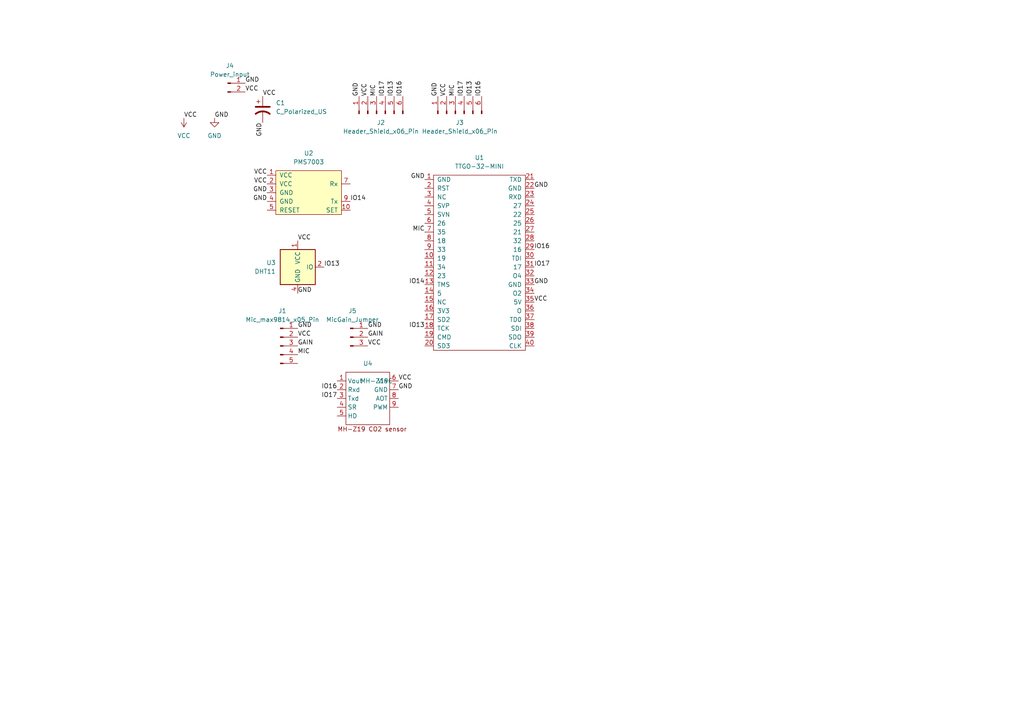
<source format=kicad_sch>
(kicad_sch (version 20230121) (generator eeschema)
  (paper "A4")
  (lib_symbols
    (symbol "Connector:Conn_01x02_Pin" (pin_names (offset 1.016) hide)
      (property "Reference" "J" (at 0 2.54 0))
      (property "Value" "Conn_01x02_Pin" (at 0 -5.08 0))
      (symbol "Conn_01x02_Pin_1_1"
        (polyline (pts (xy 1.27 -2.54) (xy 0.8636 -2.54)) (stroke (width 0.1524)))
        (polyline (pts (xy 1.27 0) (xy 0.8636 0)) (stroke (width 0.1524)))
        (rectangle (start 0.8636 -2.413) (end 0 -2.667) (stroke (width 0.1524)) (fill (type outline)))
        (rectangle (start 0.8636 0.127) (end 0 -0.127) (stroke (width 0.1524)) (fill (type outline)))
        (pin passive line (at 5.08 0 180) (length 3.81) (name "Pin_1") (number "1"))
        (pin passive line (at 5.08 -2.54 180) (length 3.81) (name "Pin_2") (number "2"))
      )
    )
    (symbol "Connector:Conn_01x03_Pin" (pin_names (offset 1.016) hide)
      (property "Reference" "J" (at 0 5.08 0))
      (property "Value" "Conn_01x03_Pin" (at 0 -5.08 0))
      (symbol "Conn_01x03_Pin_1_1"
        (polyline (pts (xy 1.27 -2.54) (xy 0.8636 -2.54)) (stroke (width 0.1524)))
        (polyline (pts (xy 1.27 0) (xy 0.8636 0)) (stroke (width 0.1524)))
        (polyline (pts (xy 1.27 2.54) (xy 0.8636 2.54)) (stroke (width 0.1524)))
        (rectangle (start 0.8636 -2.413) (end 0 -2.667) (stroke (width 0.1524)) (fill (type outline)))
        (rectangle (start 0.8636 0.127) (end 0 -0.127) (stroke (width 0.1524)) (fill (type outline)))
        (rectangle (start 0.8636 2.667) (end 0 2.413) (stroke (width 0.1524)) (fill (type outline)))
        (pin passive line (at 5.08 2.54 180) (length 3.81) (name "Pin_1") (number "1"))
        (pin passive line (at 5.08 0 180) (length 3.81) (name "Pin_2") (number "2"))
        (pin passive line (at 5.08 -2.54 180) (length 3.81) (name "Pin_3") (number "3"))
      )
    )
    (symbol "Connector:Conn_01x05_Pin" (pin_names (offset 1.016) hide)
      (property "Reference" "J" (at 0 7.62 0))
      (property "Value" "Conn_01x05_Pin" (at 0 -7.62 0))
      (symbol "Conn_01x05_Pin_1_1"
        (polyline (pts (xy 1.27 -5.08) (xy 0.8636 -5.08)) (stroke (width 0.1524)))
        (polyline (pts (xy 1.27 -2.54) (xy 0.8636 -2.54)) (stroke (width 0.1524)))
        (polyline (pts (xy 1.27 0) (xy 0.8636 0)) (stroke (width 0.1524)))
        (polyline (pts (xy 1.27 2.54) (xy 0.8636 2.54)) (stroke (width 0.1524)))
        (polyline (pts (xy 1.27 5.08) (xy 0.8636 5.08)) (stroke (width 0.1524)))
        (rectangle (start 0.8636 -4.953) (end 0 -5.207) (stroke (width 0.1524)) (fill (type outline)))
        (rectangle (start 0.8636 -2.413) (end 0 -2.667) (stroke (width 0.1524)) (fill (type outline)))
        (rectangle (start 0.8636 0.127) (end 0 -0.127) (stroke (width 0.1524)) (fill (type outline)))
        (rectangle (start 0.8636 2.667) (end 0 2.413) (stroke (width 0.1524)) (fill (type outline)))
        (rectangle (start 0.8636 5.207) (end 0 4.953) (stroke (width 0.1524)) (fill (type outline)))
        (pin passive line (at 5.08 5.08 180) (length 3.81) (name "Pin_1") (number "1"))
        (pin passive line (at 5.08 2.54 180) (length 3.81) (name "Pin_2") (number "2"))
        (pin passive line (at 5.08 0 180) (length 3.81) (name "Pin_3") (number "3"))
        (pin passive line (at 5.08 -2.54 180) (length 3.81) (name "Pin_4") (number "4"))
        (pin passive line (at 5.08 -5.08 180) (length 3.81) (name "Pin_5") (number "5"))
      )
    )
    (symbol "Connector:Conn_01x06_Pin" (pin_names (offset 1.016) hide)
      (property "Reference" "J" (at 0 7.62 0))
      (property "Value" "Conn_01x06_Pin" (at 0 -10.16 0))
      (symbol "Conn_01x06_Pin_1_1"
        (polyline (pts (xy 1.27 -7.62) (xy 0.8636 -7.62)) (stroke (width 0.1524)))
        (polyline (pts (xy 1.27 -5.08) (xy 0.8636 -5.08)) (stroke (width 0.1524)))
        (polyline (pts (xy 1.27 -2.54) (xy 0.8636 -2.54)) (stroke (width 0.1524)))
        (polyline (pts (xy 1.27 0) (xy 0.8636 0)) (stroke (width 0.1524)))
        (polyline (pts (xy 1.27 2.54) (xy 0.8636 2.54)) (stroke (width 0.1524)))
        (polyline (pts (xy 1.27 5.08) (xy 0.8636 5.08)) (stroke (width 0.1524)))
        (rectangle (start 0.8636 -7.493) (end 0 -7.747) (stroke (width 0.1524)) (fill (type outline)))
        (rectangle (start 0.8636 -4.953) (end 0 -5.207) (stroke (width 0.1524)) (fill (type outline)))
        (rectangle (start 0.8636 -2.413) (end 0 -2.667) (stroke (width 0.1524)) (fill (type outline)))
        (rectangle (start 0.8636 0.127) (end 0 -0.127) (stroke (width 0.1524)) (fill (type outline)))
        (rectangle (start 0.8636 2.667) (end 0 2.413) (stroke (width 0.1524)) (fill (type outline)))
        (rectangle (start 0.8636 5.207) (end 0 4.953) (stroke (width 0.1524)) (fill (type outline)))
        (pin passive line (at 5.08 5.08 180) (length 3.81) (name "Pin_1") (number "1"))
        (pin passive line (at 5.08 2.54 180) (length 3.81) (name "Pin_2") (number "2"))
        (pin passive line (at 5.08 0 180) (length 3.81) (name "Pin_3") (number "3"))
        (pin passive line (at 5.08 -2.54 180) (length 3.81) (name "Pin_4") (number "4"))
        (pin passive line (at 5.08 -5.08 180) (length 3.81) (name "Pin_5") (number "5"))
        (pin passive line (at 5.08 -7.62 180) (length 3.81) (name "Pin_6") (number "6"))
      )
    )
    (symbol "Device:C_Polarized_US" (pin_numbers hide) (pin_names (offset 0.254) hide)
      (property "Reference" "C" (at 0.635 2.54 0))
      (property "Value" "C_Polarized_US" (at 0.635 -2.54 0))
      (symbol "C_Polarized_US_0_1"
        (polyline (pts (xy -2.032 0.762) (xy 2.032 0.762)) (stroke (width 0.508)))
        (polyline (pts (xy -1.778 2.286) (xy -0.762 2.286)))
        (polyline (pts (xy -1.27 1.778) (xy -1.27 2.794)))
        (arc (start 2.032 -1.27) (mid 0 -0.5572) (end -2.032 -1.27) (stroke (width 0.508)))
      )
      (symbol "C_Polarized_US_1_1"
        (pin passive line (at 0 3.81 270) (length 2.794) (name "~") (number "1"))
        (pin passive line (at 0 -3.81 90) (length 3.302) (name "~") (number "2"))
      )
    )
    (symbol "Sensor:DHT11"
      (property "Reference" "U" (at -3.81 6.35 0))
      (property "Value" "DHT11" (at 3.81 6.35 0))
      (symbol "DHT11_0_1"
        (rectangle (start -5.08 5.08) (end 5.08 -5.08) (stroke (width 0.254)) (fill (type background)))
      )
      (symbol "DHT11_1_1"
        (pin power_in line (at 0 7.62 270) (length 2.54) (name "VCC") (number "1"))
        (pin bidirectional line (at 7.62 0 180) (length 2.54) (name "IO") (number "2"))
        (pin no_connect line (at -5.08 0 0) (length 2.54) hide (name "NC") (number "3"))
        (pin power_in line (at 0 -7.62 90) (length 2.54) (name "GND") (number "4"))
      )
    )
    (symbol "SimbolosPropios:CO2_sensor_mhz_19"
      (property "Reference" "U4" (at 0 5.08 0))
      (property "Value" "~" (at 2.54 0 0))
      (symbol "CO2_sensor_mhz_19_0_1"
        (rectangle (start -6.35 2.54) (end 6.35 -12.7))
      )
      (symbol "CO2_sensor_mhz_19_1_1"
        (text "MH-Z19 CO2 sensor" (at 1.27 -13.97 0) (effects (font (size 1.27 1.27))))
        (pin output line (at -8.89 0 0) (length 2.54) (name "Vout") (number "1"))
        (pin input line (at -8.89 -2.54 0) (length 2.54) (name "Rxd") (number "2"))
        (pin input line (at -8.89 -5.08 0) (length 2.54) (name "Txd") (number "3"))
        (pin input line (at -8.89 -7.62 0) (length 2.54) (name "SR") (number "4"))
        (pin input line (at -8.89 -10.16 0) (length 2.54) (name "HD") (number "5"))
        (pin input line (at 8.89 0 180) (length 2.54) (name "Vin") (number "6"))
        (pin input line (at 8.89 -2.54 180) (length 2.54) (name "GND") (number "7"))
        (pin input line (at 8.89 -5.08 180) (length 2.54) (name "AOT") (number "8"))
        (pin input line (at 8.89 -7.62 180) (length 2.54) (name "PWM") (number "9"))
      )
    )
    (symbol "SimbolosPropios:PMS7003" (pin_names (offset 1.016))
      (property "Reference" "U" (at 0 -2.54 0))
      (property "Value" "PMS7003" (at 0 12.7 0))
      (symbol "PMS7003_0_0"
        (rectangle (start -10.16 11.43) (end 8.89 -1.27) (fill (type background)))
      )
      (symbol "PMS7003_0_1"
        (pin input line (at -12.7 10.16 0) (length 2.54) (name "VCC") (number "1"))
        (pin input line (at -12.7 7.62 0) (length 2.54) (name "VCC") (number "2"))
        (pin input line (at -12.7 5.08 0) (length 2.54) (name "GND") (number "3"))
        (pin input line (at -12.7 2.54 0) (length 2.54) (name "GND") (number "4"))
      )
      (symbol "PMS7003_1_1"
        (pin input line (at 11.43 0 180) (length 2.54) (name "SET") (number "10"))
        (pin input line (at -12.7 0 0) (length 2.54) (name "RESET") (number "5"))
        (pin no_connect line (at 11.43 10.16 180) (length 2.54) hide (name "N/C") (number "6"))
        (pin passive line (at 11.43 7.62 180) (length 2.54) (name "Rx") (number "7"))
        (pin no_connect line (at 11.43 5.08 180) (length 2.54) hide (name "N/C") (number "8"))
        (pin output line (at 11.43 2.54 180) (length 2.54) (name "Tx") (number "9"))
      )
    )
    (symbol "SimbolosPropios:TTGO-32-MINI" (pin_names (offset 1.016))
      (property "Reference" "U" (at 0 -25.4 0))
      (property "Value" "TTGO-32-MINI" (at 0 27.94 0))
      (symbol "TTGO-32-MINI_0_1"
        (rectangle (start -13.97 26.67) (end 12.7 -24.13))
      )
      (symbol "TTGO-32-MINI_1_1"
        (pin input line (at -16.51 25.4 0) (length 2.54) (name "GND") (number "1"))
        (pin input line (at -16.51 2.54 0) (length 2.54) (name "19") (number "10"))
        (pin input line (at -16.51 0 0) (length 2.54) (name "34") (number "11"))
        (pin input line (at -16.51 -2.54 0) (length 2.54) (name "23") (number "12"))
        (pin input line (at -16.51 -5.08 0) (length 2.54) (name "TMS") (number "13"))
        (pin input line (at -16.51 -7.62 0) (length 2.54) (name "5") (number "14"))
        (pin input line (at -16.51 -10.16 0) (length 2.54) (name "NC") (number "15"))
        (pin input line (at -16.51 -12.7 0) (length 2.54) (name "3V3") (number "16"))
        (pin input line (at -16.51 -15.24 0) (length 2.54) (name "SD2") (number "17"))
        (pin input line (at -16.51 -17.78 0) (length 2.54) (name "TCK") (number "18"))
        (pin input line (at -16.51 -20.32 0) (length 2.54) (name "CMD") (number "19"))
        (pin input line (at -16.51 22.86 0) (length 2.54) (name "RST") (number "2"))
        (pin input line (at -16.51 -22.86 0) (length 2.54) (name "SD3") (number "20"))
        (pin input line (at 15.24 25.4 180) (length 2.54) (name "TXD") (number "21"))
        (pin input line (at 15.24 22.86 180) (length 2.54) (name "GND") (number "22"))
        (pin input line (at 15.24 20.32 180) (length 2.54) (name "RXD") (number "23"))
        (pin input line (at 15.24 17.78 180) (length 2.54) (name "27") (number "24"))
        (pin input line (at 15.24 15.24 180) (length 2.54) (name "22") (number "25"))
        (pin input line (at 15.24 12.7 180) (length 2.54) (name "25") (number "26"))
        (pin input line (at 15.24 10.16 180) (length 2.54) (name "21") (number "27"))
        (pin input line (at 15.24 7.62 180) (length 2.54) (name "32") (number "28"))
        (pin input line (at 15.24 5.08 180) (length 2.54) (name "16") (number "29"))
        (pin input line (at -16.51 20.32 0) (length 2.54) (name "NC") (number "3"))
        (pin input line (at 15.24 2.54 180) (length 2.54) (name "TDI") (number "30"))
        (pin input line (at 15.24 0 180) (length 2.54) (name "17") (number "31"))
        (pin input line (at 15.24 -2.54 180) (length 2.54) (name "O4") (number "32"))
        (pin input line (at 15.24 -5.08 180) (length 2.54) (name "GND") (number "33"))
        (pin input line (at 15.24 -7.62 180) (length 2.54) (name "O2") (number "34"))
        (pin input line (at 15.24 -10.16 180) (length 2.54) (name "5V") (number "35"))
        (pin input line (at 15.24 -12.7 180) (length 2.54) (name "O") (number "36"))
        (pin input line (at 15.24 -15.24 180) (length 2.54) (name "TD0") (number "37"))
        (pin input line (at 15.24 -17.78 180) (length 2.54) (name "SDI") (number "38"))
        (pin input line (at 15.24 -20.32 180) (length 2.54) (name "SDO") (number "39"))
        (pin input line (at -16.51 17.78 0) (length 2.54) (name "SVP") (number "4"))
        (pin input line (at 15.24 -22.86 180) (length 2.54) (name "CLK") (number "40"))
        (pin input line (at -16.51 15.24 0) (length 2.54) (name "SVN") (number "5"))
        (pin input line (at -16.51 12.7 0) (length 2.54) (name "26") (number "6"))
        (pin input line (at -16.51 10.16 0) (length 2.54) (name "35") (number "7"))
        (pin input line (at -16.51 7.62 0) (length 2.54) (name "18") (number "8"))
        (pin input line (at -16.51 5.08 0) (length 2.54) (name "33") (number "9"))
      )
    )
    (symbol "power:GND" (power) (pin_names (offset 0))
      (property "Value" "GND" (at 0 -3.81 0))
      (symbol "GND_0_1"
        (polyline (pts (xy 0 0) (xy 0 -1.27) (xy 1.27 -1.27) (xy 0 -2.54) (xy -1.27 -1.27) (xy 0 -1.27)))
      )
      (symbol "GND_1_1"
        (pin power_in line (at 0 0 270) (length 0) hide (name "GND") (number "1"))
      )
    )
    (symbol "power:VCC" (power) (pin_names (offset 0))
      (property "Value" "VCC" (at 0 3.81 0))
      (symbol "VCC_0_1"
        (polyline (pts (xy -0.762 1.27) (xy 0 2.54)))
        (polyline (pts (xy 0 0) (xy 0 2.54)))
        (polyline (pts (xy 0 2.54) (xy 0.762 1.27)))
      )
      (symbol "VCC_1_1"
        (pin power_in line (at 0 0 90) (length 0) hide (name "VCC") (number "1"))
      )
    )
  )
  (label "GND" (at 77.47 58.42 180))
  (label "GND" (at 115.57 113.03 0))
  (label "IO16" (at 97.79 113.03 180))
  (label "IO17" (at 111.76 27.94 90))
  (label "IO16" (at 116.84 27.94 90))
  (label "IO16" (at 139.7 27.94 90))
  (label "IO14" (at 123.19 82.55 180))
  (label "IO17" (at 154.94 77.47 0))
  (label "VCC" (at 86.36 97.79 0))
  (label "VCC" (at 154.94 87.63 0))
  (label "GND" (at 71.12 24.13 0))
  (label "IO13" (at 137.16 27.94 90))
  (label "IO13" (at 93.98 77.47 0))
  (label "MIC" (at 86.36 102.87 0))
  (label "MIC" (at 132.08 27.94 90))
  (label "GND" (at 76.2 35.56 270))
  (label "VCC" (at 86.36 69.85 0))
  (label "IO13" (at 123.19 95.25 180))
  (label "IO14" (at 101.6 58.42 0))
  (label "GND" (at 86.36 95.25 0))
  (label "MIC" (at 123.19 67.31 180))
  (label "GND" (at 127 27.94 90))
  (label "GND" (at 154.94 82.55 0))
  (label "VCC" (at 115.57 110.49 0))
  (label "IO16" (at 154.94 72.39 0))
  (label "GND" (at 86.36 85.09 0))
  (label "GAIN" (at 106.68 97.79 0))
  (label "VCC" (at 106.68 100.33 0))
  (label "MIC" (at 109.22 27.94 90))
  (label "VCC" (at 77.47 50.8 180))
  (label "IO17" (at 134.62 27.94 90))
  (label "VCC" (at 77.47 53.34 180))
  (label "VCC" (at 106.68 27.94 90))
  (label "VCC" (at 53.34 34.29 0))
  (label "GND" (at 62.23 34.29 0))
  (label "VCC" (at 76.2 27.94 0))
  (label "IO17" (at 97.79 115.57 180))
  (label "VCC" (at 129.54 27.94 90))
  (label "GND" (at 123.19 52.07 180))
  (label "GND" (at 154.94 54.61 0))
  (label "VCC" (at 71.12 26.67 0))
  (label "GND" (at 77.47 55.88 180))
  (label "GND" (at 106.68 95.25 0))
  (label "GAIN" (at 86.36 100.33 0))
  (label "GND" (at 104.14 27.94 90))
  (label "IO13" (at 114.3 27.94 90))
  (symbol (lib_id "power:GND") (at 62.23 34.29 0) (unit 1)
    (property "Reference" "#PWR02" (effects hide))
    (property "Value" "GND" (at 62.23 39.37 0))
  )
  (symbol (lib_id "Connector:Conn_01x02_Pin") (at 66.04 24.13 0) (unit 1)
    (property "Reference" "J4" (at 66.675 19.05 0))
    (property "Value" "Power_input" (at 66.675 21.59 0))
    (property "Footprint" "Connector_PinHeader_2.54mm:PinHeader_1x02_P2.54mm_Vertical" (effects hide))
  )
  (symbol (lib_id "Device:C_Polarized_US") (at 76.2 31.75 0) (unit 1)
    (property "Reference" "C1" (at 80.01 29.845 0) (effects (justify left)))
    (property "Value" "C_Polarized_US" (at 80.01 32.385 0) (effects (justify left)))
    (property "Footprint" "Capacitor_THT:CP_Radial_D5.0mm_P2.50mm" (effects hide))
  )
  (symbol (lib_id "SimbolosPropios:PMS7003") (at 90.17 60.96 0) (unit 1)
    (property "Reference" "U2" (at 89.535 44.45 0))
    (property "Value" "PMS7003" (at 89.535 46.99 0))
    (property "Footprint" "OwnLib:PMS7003" (effects hide))
  )
  (symbol (lib_id "Connector:Conn_01x05_Pin") (at 81.28 100.33 0) (unit 1)
    (property "Reference" "J1" (at 81.915 90.17 0))
    (property "Value" "Mic_max9814_x05_Pin" (at 81.915 92.71 0))
    (property "Footprint" "OwnLib:mic_max9814" (effects hide))
  )
  (symbol (lib_id "SimbolosPropios:CO2_sensor_mhz_19") (at 106.68 110.49 0) (unit 1)
    (property "Reference" "U4" (at 106.68 105.41 0))
    (property "Value" "MH-Z19C" (at 109.22 110.49 0))
    (property "Footprint" "OwnLib:MH-Z19C" (effects hide))
  )
  (symbol (lib_id "Sensor:DHT11") (at 86.36 77.47 0) (unit 1)
    (property "Reference" "U3" (at 80.01 76.2 0) (effects (justify right)))
    (property "Value" "DHT11" (at 80.01 78.74 0) (effects (justify right)))
    (property "Footprint" "OwnLib:DHT11_through_hole" (effects hide))
    (property "Datasheet" "http://akizukidenshi.com/download/ds/aosong/DHT11.pdf" (effects hide))
  )
  (symbol (lib_id "power:VCC") (at 53.34 34.29 180) (unit 1)
    (property "Reference" "#PWR01" (effects hide))
    (property "Value" "VCC" (at 53.34 39.37 0))
  )
  (symbol (lib_id "Connector:Conn_01x03_Pin") (at 101.6 97.79 0) (unit 1)
    (property "Reference" "J5" (at 102.235 90.17 0))
    (property "Value" "MicGain_Jumper" (at 102.235 92.71 0))
    (property "Footprint" "Connector_PinHeader_2.54mm:PinHeader_1x03_P2.54mm_Vertical" (effects hide))
  )
  (symbol (lib_id "Connector:Conn_01x06_Pin") (at 132.08 33.02 90) (unit 1)
    (property "Reference" "J3" (at 133.35 35.56 90))
    (property "Value" "Header_Shield_x06_Pin" (at 133.35 38.1 90))
    (property "Footprint" "Connector_PinHeader_2.54mm:PinHeader_1x06_P2.54mm_Vertical" (effects hide))
  )
  (symbol (lib_id "SimbolosPropios:TTGO-32-MINI") (at 139.7 77.47 0) (unit 1)
    (property "Reference" "U1" (at 139.065 45.72 0))
    (property "Value" "TTGO-32-MINI" (at 139.065 48.26 0))
    (property "Footprint" "OwnLib:TTGO-32-MINI_NOBORDER" (effects hide))
  )
  (symbol (lib_id "Connector:Conn_01x06_Pin") (at 109.22 33.02 90) (unit 1)
    (property "Reference" "J2" (at 110.49 35.56 90))
    (property "Value" "Header_Shield_x06_Pin" (at 110.49 38.1 90))
    (property "Footprint" "Connector_PinHeader_2.54mm:PinHeader_1x06_P2.54mm_Vertical" (effects hide))
  )
)
</source>
